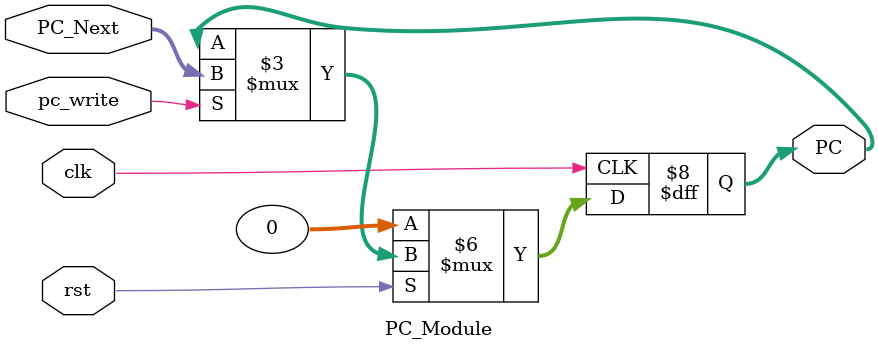
<source format=v>
module PC_Module(clk,rst,PC,PC_Next,pc_write);
    input clk,rst;
    input [31:0]PC_Next;
    input pc_write;
    output [31:0]PC;
    reg [31:0]PC;

    always @(posedge clk)
    begin
        if(rst == 1'b0)
            PC <= {32{1'b0}};
        else if (pc_write)
            PC <= PC_Next;
        // else hold (stall)
    end
endmodule

</source>
